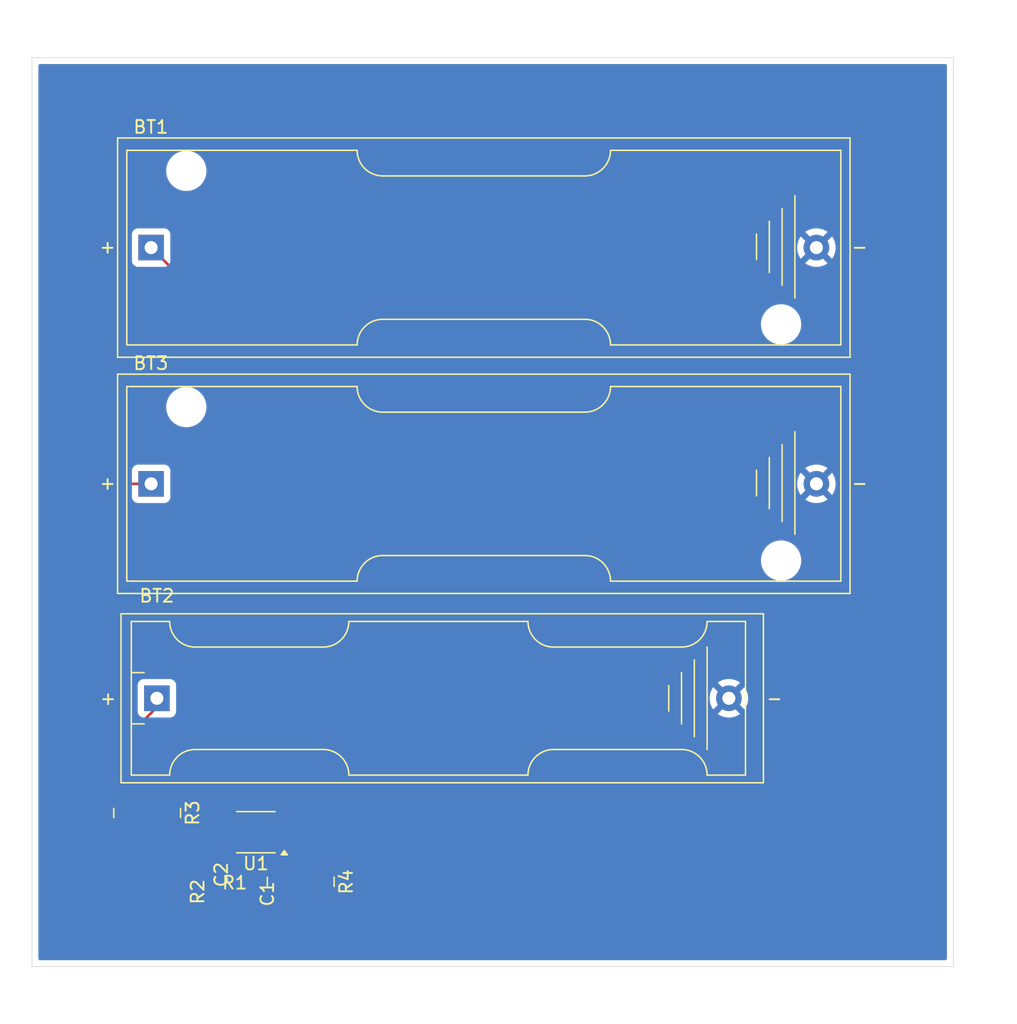
<source format=kicad_pcb>
(kicad_pcb (version 20241229) (generator "pcbnew") (generator_version "9.0")
  (layers (0 "F.Cu" signal) (2 "B.Cu" signal) (13 "F.Paste" user) (15 "B.Paste" user) (5 "F.SilkS" user "F.Silkscreen") (7 "B.SilkS" user "B.Silkscreen") (1 "F.Mask" user) (3 "B.Mask" user) (25 "Edge.Cuts" user))
  (net 0 "")
  (net 1 "Net-(BT1-+)")
  (net 2 "GND")
  (net 3 "Net-(BT2-+)")
  (net 4 "Net-(BT3-+)")
  (net 5 "Net-(U1-+)")
  (net 6 "/positivefeedback")
  (net 7 "/negativefeedback")
  (net 8 "Net-(U1--)")
  (footprint "Resistor_SMD:R_0201_0603Metric" (layer "F.Cu") (at 115.34 110)
    (property "Reference" "R1" (at 0 -1.05 0) (layer "F.SilkS"))
    (property "Value" "1000")
    (pad "1" smd roundrect (at -0.32 0) (size 0.46 0.4) (layers "F.Cu" "F.Mask") (net 7 "/negativefeedback"))
    (pad "2" smd roundrect (at 0.32 0) (size 0.46 0.4) (layers "F.Cu" "F.Mask") (net 5 "Net-(U1-+)"))
  )
  (footprint "Package_SO:MSOP-8_3x3mm_P0.65mm" (layer "F.Cu") (at 117 105 180)
    (property "Reference" "U1" (at 0 -2.45 0) (layer "F.SilkS"))
    (property "Value" "OP1177ARM")
    (fp_line (start 0 1.61) (end 1.5 1.61) (stroke (width 0.12)) (layer "F.SilkS"))
    (fp_line (start 0 1.61) (end -1.5 1.61) (stroke (width 0.12)) (layer "F.SilkS"))
    (fp_line (start 0 -1.61) (end 1.5 -1.61) (stroke (width 0.12)) (layer "F.SilkS"))
    (fp_line (start 0 -1.61) (end -1.5 -1.61) (stroke (width 0.12)) (layer "F.SilkS"))
    (fp_poly (pts (xy -2.2125 -1.435) (xy -2.4525 -1.765) (xy -1.9725 -1.765)) (stroke (width 0.12)) (fill yes) (layer "F.SilkS"))
    (pad "1" smd roundrect (at -2.1125 -0.975 180) (size 1.625 0.4) (layers "F.Cu" "F.Mask" "F.Paste"))
    (pad "2" smd roundrect (at -2.1125 -0.325 180) (size 1.625 0.4) (layers "F.Cu" "F.Mask" "F.Paste") (net 8 "Net-(U1--)"))
    (pad "3" smd roundrect (at -2.1125 0.325 180) (size 1.625 0.4) (layers "F.Cu" "F.Mask" "F.Paste") (net 5 "Net-(U1-+)"))
    (pad "4" smd roundrect (at -2.1125 0.975 180) (size 1.625 0.4) (layers "F.Cu" "F.Mask" "F.Paste") (net 3 "Net-(BT2-+)"))
    (pad "5" smd roundrect (at 2.1125 0.975 180) (size 1.625 0.4) (layers "F.Cu" "F.Mask" "F.Paste"))
    (pad "6" smd roundrect (at 2.1125 0.325 180) (size 1.625 0.4) (layers "F.Cu" "F.Mask" "F.Paste") (net 6 "/positivefeedback"))
    (pad "7" smd roundrect (at 2.1125 -0.325 180) (size 1.625 0.4) (layers "F.Cu" "F.Mask" "F.Paste") (net 1 "Net-(BT1-+)"))
    (pad "8" smd roundrect (at 2.1125 -0.975 180) (size 1.625 0.4) (layers "F.Cu" "F.Mask" "F.Paste"))
  )
  (footprint "Capacitor_SMD:C_0201_0603Metric" (layer "F.Cu") (at 116.84 109.82 -90)
    (property "Reference" "C1" (at 0 -1.05 90) (layer "F.SilkS"))
    (property "Value" "2uF")
    (pad "1" smd roundrect (at -0.32 0 270) (size 0.46 0.4) (layers "F.Cu" "F.Mask") (net 5 "Net-(U1-+)"))
    (pad "2" smd roundrect (at 0.32 0 270) (size 0.46 0.4) (layers "F.Cu" "F.Mask") (net 2 "GND"))
  )
  (footprint "Resistor_SMD:R_1020_2550Metric" (layer "F.Cu") (at 108.5 103.5 -90)
    (property "Reference" "R3" (at 0 -3.55 270) (layer "F.SilkS"))
    (property "Value" "10000")
    (fp_line (start -0.361252 2.61) (end 0.361252 2.61) (stroke (width 0.12)) (layer "F.SilkS"))
    (fp_line (start -0.361252 -2.61) (end 0.361252 -2.61) (stroke (width 0.12)) (layer "F.SilkS"))
    (pad "1" smd roundrect (at -1.125 0 270) (size 1.15 5.2) (layers "F.Cu" "F.Mask" "F.Paste") (roundrect_rratio 0.217391) (net 8 "Net-(U1--)"))
    (pad "2" smd roundrect (at 1.125 0 270) (size 1.15 5.2) (layers "F.Cu" "F.Mask" "F.Paste") (roundrect_rratio 0.217391) (net 6 "/positivefeedback"))
  )
  (footprint "Battery:BatteryHolder_Keystone_2460_1xAA" (layer "F.Cu") (at 108.81 59.34)
    (property "Reference" "BT1" (at -0.02 -9.42 180) (layer "F.SilkS"))
    (property "Value" "5V")
    (fp_line (start -2.62 -8.565) (end 54.62 -8.565) (stroke (width 0.12)) (layer "F.SilkS"))
    (fp_line (start -2.62 8.565) (end -2.62 -8.565) (stroke (width 0.12)) (layer "F.SilkS"))
    (fp_line (start -1.9 -7.6) (end -1.9 7.6) (stroke (width 0.12)) (layer "F.SilkS"))
    (fp_line (start -1.9 -7.6) (end 16.1 -7.6) (stroke (width 0.12)) (layer "F.SilkS"))
    (fp_line (start -1.9 7.6) (end 16.1 7.6) (stroke (width 0.12)) (layer "F.SilkS"))
    (fp_line (start 18.1 -5.6) (end 33.9 -5.6) (stroke (width 0.12)) (layer "F.SilkS"))
    (fp_line (start 33.9 5.6) (end 18.1 5.6) (stroke (width 0.12)) (layer "F.SilkS"))
    (fp_line (start 35.9 -7.6) (end 53.9 -7.6) (stroke (width 0.12)) (layer "F.SilkS"))
    (fp_line (start 35.9 7.6) (end 53.9 7.6) (stroke (width 0.12)) (layer "F.SilkS"))
    (fp_line (start 47.31 -1.06) (end 47.31 0.94) (stroke (width 0.12)) (layer "F.SilkS"))
    (fp_line (start 48.31 -2.06) (end 48.31 1.94) (stroke (width 0.12)) (layer "F.SilkS"))
    (fp_line (start 49.31 2.94) (end 49.31 -3.06) (stroke (width 0.12)) (layer "F.SilkS"))
    (fp_line (start 50.31 -4.06) (end 50.31 3.94) (stroke (width 0.12)) (layer "F.SilkS"))
    (fp_line (start 53.9 -7.6) (end 53.9 7.6) (stroke (width 0.12)) (layer "F.SilkS"))
    (fp_line (start 54.62 -8.565) (end 54.62 8.565) (stroke (width 0.12)) (layer "F.SilkS"))
    (fp_line (start 54.62 8.565) (end -2.62 8.565) (stroke (width 0.12)) (layer "F.SilkS"))
    (fp_arc (start 16.1 7.6) (mid 16.685786 6.185786) (end 18.1 5.6) (stroke (width 0.12)) (layer "F.SilkS"))
    (fp_arc (start 18.1 -5.6) (mid 16.685786 -6.185786) (end 16.1 -7.6) (stroke (width 0.12)) (layer "F.SilkS"))
    (fp_arc (start 33.9 5.6) (mid 35.314214 6.185786) (end 35.9 7.6) (stroke (width 0.12)) (layer "F.SilkS"))
    (fp_arc (start 35.9 -7.6) (mid 35.314214 -6.185786) (end 33.9 -5.6) (stroke (width 0.12)) (layer "F.SilkS"))
    (fp_text user "-" (at 55.37 -0.06 0) (layer "F.SilkS"))
    (fp_text user "+" (at -3.4 -0.06 0) (layer "F.SilkS"))
    (pad "" np_thru_hole circle (at 2.75 -5.995 90) (size 2.64 2.64) (drill 2.64) (layers "*.Cu" "*.Mask"))
    (pad "" np_thru_hole circle (at 49.23 5.995) (size 2.64 2.64) (drill 2.64) (layers "*.Cu" "*.Mask"))
    (pad "1" thru_hole rect (at 0 0 180) (size 2 2) (drill 1.02) (layers "*.Cu" "*.Mask") (net 1 "Net-(BT1-+)"))
    (pad "2" thru_hole circle (at 51.99 0 180) (size 2 2) (drill 1.02) (layers "*.Cu" "*.Mask") (net 2 "GND"))
  )
  (footprint "Resistor_SMD:R_1020_2550Metric" (layer "F.Cu") (at 120.5 108.875 -90)
    (property "Reference" "R4" (at 0 -3.55 270) (layer "F.SilkS"))
    (property "Value" "10000")
    (fp_line (start -0.361252 2.61) (end 0.361252 2.61) (stroke (width 0.12)) (layer "F.SilkS"))
    (fp_line (start -0.361252 -2.61) (end 0.361252 -2.61) (stroke (width 0.12)) (layer "F.SilkS"))
    (pad "1" smd roundrect (at -1.125 0 270) (size 1.15 5.2) (layers "F.Cu" "F.Mask" "F.Paste") (roundrect_rratio 0.217391) (net 8 "Net-(U1--)"))
    (pad "2" smd roundrect (at 1.125 0 270) (size 1.15 5.2) (layers "F.Cu" "F.Mask" "F.Paste") (roundrect_rratio 0.217391) (net 2 "GND"))
  )
  (footprint "Battery:BatteryHolder_Keystone_2460_1xAA" (layer "F.Cu") (at 108.81 77.79)
    (property "Reference" "BT3" (at -0.02 -9.42 180) (layer "F.SilkS"))
    (property "Value" "5V")
    (fp_line (start -2.62 -8.565) (end 54.62 -8.565) (stroke (width 0.12)) (layer "F.SilkS"))
    (fp_line (start -2.62 8.565) (end -2.62 -8.565) (stroke (width 0.12)) (layer "F.SilkS"))
    (fp_line (start -1.9 -7.6) (end -1.9 7.6) (stroke (width 0.12)) (layer "F.SilkS"))
    (fp_line (start -1.9 -7.6) (end 16.1 -7.6) (stroke (width 0.12)) (layer "F.SilkS"))
    (fp_line (start -1.9 7.6) (end 16.1 7.6) (stroke (width 0.12)) (layer "F.SilkS"))
    (fp_line (start 18.1 -5.6) (end 33.9 -5.6) (stroke (width 0.12)) (layer "F.SilkS"))
    (fp_line (start 33.9 5.6) (end 18.1 5.6) (stroke (width 0.12)) (layer "F.SilkS"))
    (fp_line (start 35.9 -7.6) (end 53.9 -7.6) (stroke (width 0.12)) (layer "F.SilkS"))
    (fp_line (start 35.9 7.6) (end 53.9 7.6) (stroke (width 0.12)) (layer "F.SilkS"))
    (fp_line (start 47.31 -1.06) (end 47.31 0.94) (stroke (width 0.12)) (layer "F.SilkS"))
    (fp_line (start 48.31 -2.06) (end 48.31 1.94) (stroke (width 0.12)) (layer "F.SilkS"))
    (fp_line (start 49.31 2.94) (end 49.31 -3.06) (stroke (width 0.12)) (layer "F.SilkS"))
    (fp_line (start 50.31 -4.06) (end 50.31 3.94) (stroke (width 0.12)) (layer "F.SilkS"))
    (fp_line (start 53.9 -7.6) (end 53.9 7.6) (stroke (width 0.12)) (layer "F.SilkS"))
    (fp_line (start 54.62 -8.565) (end 54.62 8.565) (stroke (width 0.12)) (layer "F.SilkS"))
    (fp_line (start 54.62 8.565) (end -2.62 8.565) (stroke (width 0.12)) (layer "F.SilkS"))
    (fp_arc (start 16.1 7.6) (mid 16.685786 6.185786) (end 18.1 5.6) (stroke (width 0.12)) (layer "F.SilkS"))
    (fp_arc (start 18.1 -5.6) (mid 16.685786 -6.185786) (end 16.1 -7.6) (stroke (width 0.12)) (layer "F.SilkS"))
    (fp_arc (start 33.9 5.6) (mid 35.314214 6.185786) (end 35.9 7.6) (stroke (width 0.12)) (layer "F.SilkS"))
    (fp_arc (start 35.9 -7.6) (mid 35.314214 -6.185786) (end 33.9 -5.6) (stroke (width 0.12)) (layer "F.SilkS"))
    (fp_text user "+" (at -3.4 -0.06 0) (layer "F.SilkS"))
    (fp_text user "-" (at 55.37 -0.06 0) (layer "F.SilkS"))
    (pad "" np_thru_hole circle (at 2.75 -5.995 90) (size 2.64 2.64) (drill 2.64) (layers "*.Cu" "*.Mask"))
    (pad "" np_thru_hole circle (at 49.23 5.995) (size 2.64 2.64) (drill 2.64) (layers "*.Cu" "*.Mask"))
    (pad "1" thru_hole rect (at 0 0 180) (size 2 2) (drill 1.02) (layers "*.Cu" "*.Mask") (net 4 "Net-(BT3-+)"))
    (pad "2" thru_hole circle (at 51.99 0 180) (size 2 2) (drill 1.02) (layers "*.Cu" "*.Mask") (net 2 "GND"))
  )
  (footprint "Capacitor_SMD:C_0201_0603Metric" (layer "F.Cu") (at 115.34 108.32 90)
    (property "Reference" "C2" (at 0 -1.05 90) (layer "F.SilkS"))
    (property "Value" "2uF")
    (pad "1" smd roundrect (at -0.32 0 90) (size 0.46 0.4) (layers "F.Cu" "F.Mask") (net 7 "/negativefeedback"))
    (pad "2" smd roundrect (at 0.32 0 90) (size 0.46 0.4) (layers "F.Cu" "F.Mask") (net 6 "/positivefeedback"))
  )
  (footprint "Battery:BatteryHolder_Keystone_2466_1xAAA" (layer "F.Cu") (at 109.26 94.54)
    (property "Reference" "BT2" (at 0 -8 180) (layer "F.SilkS"))
    (property "Value" "2.5V")
    (fp_line (start -2.8 -6.6) (end -2.8 6.6) (stroke (width 0.12)) (layer "F.SilkS"))
    (fp_line (start -2.8 6.6) (end 47.4 6.6) (stroke (width 0.12)) (layer "F.SilkS"))
    (fp_line (start -2 -6) (end -2 6) (stroke (width 0.12)) (layer "F.SilkS"))
    (fp_line (start -2 -6) (end 1 -6) (stroke (width 0.12)) (layer "F.SilkS"))
    (fp_line (start -2 -2) (end -1 -2) (stroke (width 0.12)) (layer "F.SilkS"))
    (fp_line (start -2 6) (end 1 6) (stroke (width 0.12)) (layer "F.SilkS"))
    (fp_line (start -1 2) (end -2 2) (stroke (width 0.12)) (layer "F.SilkS"))
    (fp_line (start 3 -4) (end 13 -4) (stroke (width 0.12)) (layer "F.SilkS"))
    (fp_line (start 3 4) (end 13 4) (stroke (width 0.12)) (layer "F.SilkS"))
    (fp_line (start 15 6) (end 29 6) (stroke (width 0.12)) (layer "F.SilkS"))
    (fp_line (start 29 -6) (end 15 -6) (stroke (width 0.12)) (layer "F.SilkS"))
    (fp_line (start 40 -1) (end 40 1) (stroke (width 0.12)) (layer "F.SilkS"))
    (fp_line (start 41 -4) (end 31 -4) (stroke (width 0.12)) (layer "F.SilkS"))
    (fp_line (start 41 -2) (end 41 2) (stroke (width 0.12)) (layer "F.SilkS"))
    (fp_line (start 41 4) (end 31 4) (stroke (width 0.12)) (layer "F.SilkS"))
    (fp_line (start 42 3) (end 42 -3) (stroke (width 0.12)) (layer "F.SilkS"))
    (fp_line (start 43 -4) (end 43 4) (stroke (width 0.12)) (layer "F.SilkS"))
    (fp_line (start 46 -6) (end 43 -6) (stroke (width 0.12)) (layer "F.SilkS"))
    (fp_line (start 46 -6) (end 46 6) (stroke (width 0.12)) (layer "F.SilkS"))
    (fp_line (start 46 6) (end 43 6) (stroke (width 0.12)) (layer "F.SilkS"))
    (fp_line (start 47.4 -6.6) (end -2.8 -6.6) (stroke (width 0.12)) (layer "F.SilkS"))
    (fp_line (start 47.4 6.6) (end 47.4 -6.6) (stroke (width 0.12)) (layer "F.SilkS"))
    (fp_arc (start 1 6) (mid 1.585786 4.585786) (end 3 4) (stroke (width 0.12)) (layer "F.SilkS"))
    (fp_arc (start 3 -4) (mid 1.585786 -4.585786) (end 1 -6) (stroke (width 0.12)) (layer "F.SilkS"))
    (fp_arc (start 13 4) (mid 14.414214 4.585786) (end 15 6) (stroke (width 0.12)) (layer "F.SilkS"))
    (fp_arc (start 15 -6) (mid 14.414214 -4.585786) (end 13 -4) (stroke (width 0.12)) (layer "F.SilkS"))
    (fp_arc (start 29 6) (mid 29.585786 4.585786) (end 31 4) (stroke (width 0.12)) (layer "F.SilkS"))
    (fp_arc (start 31 -4) (mid 29.585786 -4.585786) (end 29 -6) (stroke (width 0.12)) (layer "F.SilkS"))
    (fp_arc (start 41 4) (mid 42.414214 4.585786) (end 43 6) (stroke (width 0.12)) (layer "F.SilkS"))
    (fp_arc (start 43 -6) (mid 42.414214 -4.585786) (end 41 -4) (stroke (width 0.12)) (layer "F.SilkS"))
    (fp_text user "-" (at 48.26 0 0) (layer "F.SilkS"))
    (fp_text user "+" (at -3.81 0 0) (layer "F.SilkS"))
    (pad "1" thru_hole rect (at 0 0) (size 2 2) (drill 1.02) (layers "*.Cu" "*.Mask") (net 3 "Net-(BT2-+)"))
    (pad "2" thru_hole circle (at 44.7 0) (size 2 2) (drill 1.02) (layers "*.Cu" "*.Mask") (net 2 "GND"))
  )
  (footprint "Resistor_SMD:R_0201_0603Metric" (layer "F.Cu") (at 113.5 109.655 90)
    (property "Reference" "R2" (at 0 -1.05 90) (layer "F.SilkS"))
    (property "Value" "1000")
    (pad "1" smd roundrect (at -0.32 0 90) (size 0.46 0.4) (layers "F.Cu" "F.Mask") (net 4 "Net-(BT3-+)"))
    (pad "2" smd roundrect (at 0.32 0 90) (size 0.46 0.4) (layers "F.Cu" "F.Mask") (net 7 "/negativefeedback"))
  )
  (gr_rect (start 99.5 44.5) (end 171.5 115.5) (stroke (width 0.05)) (fill no) (layer "Edge.Cuts"))
  (segment (start 108.81 59.34) (end 116 66.53) (width 0.2) (layer "F.Cu") (net 1))
  (segment (start 115.675 105.325) (end 114.8875 105.325) (width 0.2) (layer "F.Cu") (net 1))
  (segment (start 116 66.53) (end 116 105) (width 0.2) (layer "F.Cu") (net 1))
  (segment (start 116 105) (end 115.675 105.325) (width 0.2) (layer "F.Cu") (net 1))
  (segment (start 116.84 110.14) (end 120.36 110.14) (width 0.2) (layer "F.Cu") (net 2))
  (segment (start 120.36 110.14) (end 120.5 110) (width 0.2) (layer "F.Cu") (net 2))
  (segment (start 153.96 94.54) (end 138.17 110.33) (width 0.2) (layer "F.Cu") (net 2))
  (segment (start 109.26 95.24) (end 105 99.5) (width 0.2) (layer "F.Cu") (net 3))
  (segment (start 117 107) (end 117 105.325001) (width 0.2) (layer "F.Cu") (net 3))
  (segment (start 105 99.5) (end 105.5 100) (width 0.2) (layer "F.Cu") (net 3))
  (segment (start 113 107) (end 117 107) (width 0.2) (layer "F.Cu") (net 3))
  (segment (start 117 105.325001) (end 118.300001 104.025) (width 0.2) (layer "F.Cu") (net 3))
  (segment (start 112.5 106.5) (end 113 107) (width 0.2) (layer "F.Cu") (net 3))
  (segment (start 118.300001 104.025) (end 119.1125 104.025) (width 0.2) (layer "F.Cu") (net 3))
  (segment (start 109.26 94.54) (end 109.26 95.24) (width 0.2) (layer "F.Cu") (net 3))
  (segment (start 105.5 103.5) (end 112.5 103.5) (width 0.2) (layer "F.Cu") (net 3))
  (segment (start 112.5 103.5) (end 112.5 106.5) (width 0.2) (layer "F.Cu") (net 3))
  (segment (start 105.5 100) (end 105.5 103.5) (width 0.2) (layer "F.Cu") (net 3))
  (segment (start 104.71 77.79) (end 104 78.5) (width 0.2) (layer "F.Cu") (net 4))
  (segment (start 104 78.5) (end 104 109) (width 0.2) (layer "F.Cu") (net 4))
  (segment (start 104 109) (end 104.525 108.475) (width 0.2) (layer "F.Cu") (net 4))
  (segment (start 108.81 77.79) (end 104.71 77.79) (width 0.2) (layer "F.Cu") (net 4))
  (segment (start 115.66 110) (end 116.16 109.5) (width 0.2) (layer "F.Cu") (net 5))
  (segment (start 116.16 109.5) (end 116.84 109.5) (width 0.2) (layer "F.Cu") (net 5))
  (segment (start 115.02 108.96) (end 115.34 108.64) (width 0.2) (layer "F.Cu") (net 7))
  (segment (start 115.02 110) (end 115.02 108.96) (width 0.2) (layer "F.Cu") (net 7))
  (segment (start 115.140001 108.64) (end 115.34 108.64) (width 0.2) (layer "F.Cu") (net 7))
  (segment (start 112.375 102.375) (end 113.5 103.5) (width 0.2) (layer "F.Cu") (net 8))
  (segment (start 113.5 106.5) (end 116.5 106.5) (width 0.2) (layer "F.Cu") (net 8))
  (segment (start 116.5 106.5) (end 116.5 105) (width 0.2) (layer "F.Cu") (net 8))
  (segment (start 120.5 107.75) (end 119.50513 107.75) (width 0.2) (layer "F.Cu") (net 8))
  (segment (start 119 102.5) (end 119.5 102.5) (width 0.2) (layer "F.Cu") (net 8))
  (segment (start 121 105.5) (end 120.825 105.325) (width 0.2) (layer "F.Cu") (net 8))
  (segment (start 121 104) (end 121 105.5) (width 0.2) (layer "F.Cu") (net 8))
  (segment (start 116.5 105) (end 119 102.5) (width 0.2) (layer "F.Cu") (net 8))
  (segment (start 108.5 102.375) (end 112.375 102.375) (width 0.2) (layer "F.Cu") (net 8))
  (segment (start 120.825 105.325) (end 119.1125 105.325) (width 0.2) (layer "F.Cu") (net 8))
  (segment (start 113.5 103.5) (end 113.5 106.5) (width 0.2) (layer "F.Cu") (net 8))
  (segment (start 119.5 102.5) (end 121 104) (width 0.2) (layer "F.Cu") (net 8))
  (zone (net 2) (net_name "GND") (layer "B.Cu") (connect_pads (clearance 0.5)) (min_thickness 0.25) (fill yes (thermal_gap 0.5) (thermal_bridge_width 0.5))
    (polygon (pts (xy 98 41) (xy 173.5 40) (xy 176.5 119.5) (xy 97 120)))
  )
)
</source>
